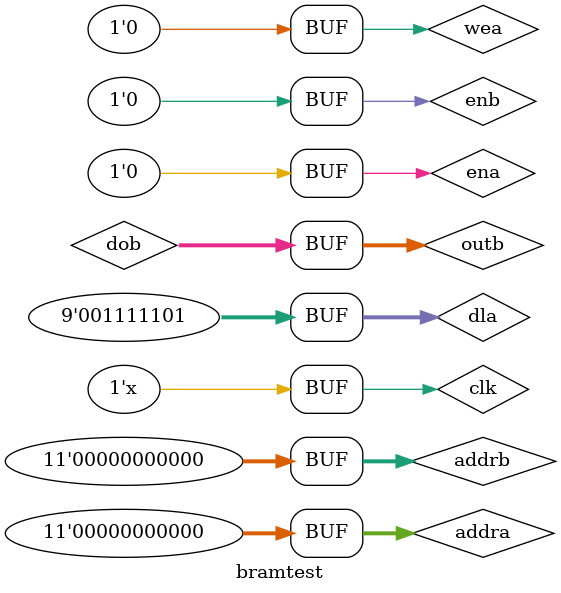
<source format=v>
`timescale 1ns / 1ps


module bramtest;

	// Inputs
	reg clk;
	reg ena;
	reg enb;
	reg wea;
	reg [10:0] addra;
	reg [10:0] addrb;
	reg [8:0] dla;

	// Outputs
	wire [8:0] dob;
	
	// Variable
	reg [8:0] outb;

	// Instantiate the Unit Under Test (UUT)
	
	sdp_bram #(9, 2048, 11) uut (clk, ena, enb, wea, addra, addra, dla, dob);

	always @(enb) begin
		outb <= dob;
	end

	initial begin
		// Initialize Inputs
		clk <= 0;
		ena <= 0;
		enb <= 0;
		wea <= 0;
		addra <= 0;
		addrb <= 0;
		dla <= 0;

		// Wait 100 ns for global reset to finish
		#105;
        ena <= 1;
		  wea <= 1;
		  addra <= 0;
		  dla <= 8'd125;
		#10;
			ena <= 0;
			wea <= 0;
			addra <= 1;
		#20;
			enb <= 1;
			addra <= 0;
		#10;
			enb <= 0;
		// Add stimulus here

	end
   always #5 clk<=!clk;
endmodule


</source>
